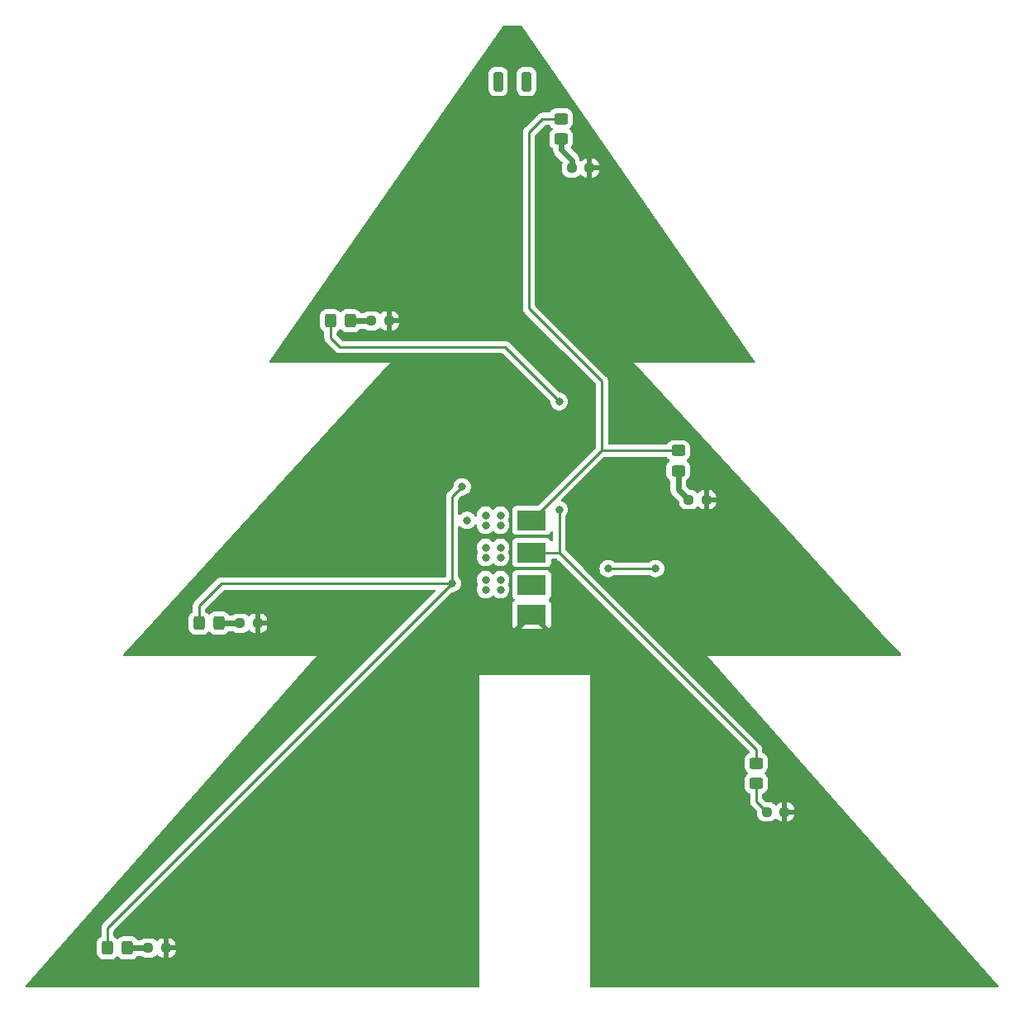
<source format=gtl>
G04 #@! TF.GenerationSoftware,KiCad,Pcbnew,7.0.8*
G04 #@! TF.CreationDate,2024-06-18T20:25:39+02:00*
G04 #@! TF.ProjectId,PCB_Christmas_Tree,5043425f-4368-4726-9973-746d61735f54,rev?*
G04 #@! TF.SameCoordinates,Original*
G04 #@! TF.FileFunction,Copper,L1,Top*
G04 #@! TF.FilePolarity,Positive*
%FSLAX46Y46*%
G04 Gerber Fmt 4.6, Leading zero omitted, Abs format (unit mm)*
G04 Created by KiCad (PCBNEW 7.0.8) date 2024-06-18 20:25:39*
%MOMM*%
%LPD*%
G01*
G04 APERTURE LIST*
G04 Aperture macros list*
%AMRoundRect*
0 Rectangle with rounded corners*
0 $1 Rounding radius*
0 $2 $3 $4 $5 $6 $7 $8 $9 X,Y pos of 4 corners*
0 Add a 4 corners polygon primitive as box body*
4,1,4,$2,$3,$4,$5,$6,$7,$8,$9,$2,$3,0*
0 Add four circle primitives for the rounded corners*
1,1,$1+$1,$2,$3*
1,1,$1+$1,$4,$5*
1,1,$1+$1,$6,$7*
1,1,$1+$1,$8,$9*
0 Add four rect primitives between the rounded corners*
20,1,$1+$1,$2,$3,$4,$5,0*
20,1,$1+$1,$4,$5,$6,$7,0*
20,1,$1+$1,$6,$7,$8,$9,0*
20,1,$1+$1,$8,$9,$2,$3,0*%
G04 Aperture macros list end*
G04 #@! TA.AperFunction,SMDPad,CuDef*
%ADD10RoundRect,0.237500X-0.250000X-0.237500X0.250000X-0.237500X0.250000X0.237500X-0.250000X0.237500X0*%
G04 #@! TD*
G04 #@! TA.AperFunction,SMDPad,CuDef*
%ADD11RoundRect,0.250000X0.450000X-0.325000X0.450000X0.325000X-0.450000X0.325000X-0.450000X-0.325000X0*%
G04 #@! TD*
G04 #@! TA.AperFunction,SMDPad,CuDef*
%ADD12RoundRect,0.250000X-0.250000X-0.750000X0.250000X-0.750000X0.250000X0.750000X-0.250000X0.750000X0*%
G04 #@! TD*
G04 #@! TA.AperFunction,SMDPad,CuDef*
%ADD13RoundRect,0.250000X0.325000X0.450000X-0.325000X0.450000X-0.325000X-0.450000X0.325000X-0.450000X0*%
G04 #@! TD*
G04 #@! TA.AperFunction,SMDPad,CuDef*
%ADD14R,3.000000X2.000000*%
G04 #@! TD*
G04 #@! TA.AperFunction,ViaPad*
%ADD15C,0.800000*%
G04 #@! TD*
G04 #@! TA.AperFunction,Conductor*
%ADD16C,0.250000*%
G04 #@! TD*
G04 #@! TA.AperFunction,Conductor*
%ADD17C,0.600000*%
G04 #@! TD*
G04 APERTURE END LIST*
D10*
X225278955Y-123776305D03*
X227103955Y-123776305D03*
D11*
X216191455Y-88801305D03*
X216191455Y-86751305D03*
D10*
X205278955Y-57776305D03*
X207103955Y-57776305D03*
D12*
X197740455Y-48925305D03*
D10*
X217278955Y-91776305D03*
X219103955Y-91776305D03*
D12*
X200661455Y-48925305D03*
D13*
X169165455Y-104424305D03*
X167115455Y-104424305D03*
D14*
X201191455Y-93886305D03*
X201191455Y-97188305D03*
X201191455Y-100490305D03*
X201191455Y-103538305D03*
D13*
X159776455Y-137698305D03*
X157726455Y-137698305D03*
D11*
X204191455Y-54801305D03*
X204191455Y-52751305D03*
D13*
X182627455Y-73436305D03*
X180577455Y-73436305D03*
D10*
X171291955Y-104424305D03*
X173116955Y-104424305D03*
D11*
X224191455Y-120826305D03*
X224191455Y-118776305D03*
D10*
X184762955Y-73436305D03*
X186587955Y-73436305D03*
X161902955Y-137698305D03*
X163727955Y-137698305D03*
D15*
X234595855Y-136123505D03*
X163679055Y-135615505D03*
X227128255Y-121696305D03*
X224486655Y-102595505D03*
X180138255Y-93857905D03*
X219101855Y-93908705D03*
X165558655Y-137698305D03*
X186488255Y-71404305D03*
X210872255Y-71353505D03*
X221184655Y-91571905D03*
X219203455Y-89539905D03*
X180290655Y-89438305D03*
X173026255Y-102392305D03*
X171349855Y-126674705D03*
X208281455Y-121696305D03*
X208281455Y-116616305D03*
X208281455Y-119156305D03*
X208281455Y-136936305D03*
X194311455Y-139476305D03*
X208281455Y-139476305D03*
X208281455Y-134396305D03*
X208281455Y-114076305D03*
X194311455Y-136936305D03*
X204471455Y-106456305D03*
X208281455Y-131856305D03*
X208281455Y-108996305D03*
X208281455Y-129316305D03*
X208281455Y-126776305D03*
X208281455Y-124236305D03*
X208281455Y-111536305D03*
X194311455Y-134396305D03*
X199391455Y-86136305D03*
X198121455Y-74706305D03*
X199391455Y-72166305D03*
X194311455Y-131856305D03*
X194311455Y-126776305D03*
X194311455Y-114076305D03*
X194311455Y-108996305D03*
X196851455Y-91216305D03*
X198121455Y-78516305D03*
X199391455Y-67086305D03*
X199391455Y-81056305D03*
X194311455Y-124236305D03*
X194311455Y-121696305D03*
X198121455Y-59466305D03*
X194311455Y-129316305D03*
X194311455Y-119156305D03*
X199391455Y-62006305D03*
X198121455Y-69626305D03*
X198121455Y-83596305D03*
X198121455Y-88676305D03*
X199391455Y-56926305D03*
X198121455Y-54386305D03*
X194311455Y-116616305D03*
X194311455Y-111536305D03*
X198121455Y-64546305D03*
X196343455Y-103027305D03*
X196343455Y-104043305D03*
X200407455Y-104043305D03*
X222454655Y-104627505D03*
X201931455Y-104043305D03*
X201931455Y-96677305D03*
X201372655Y-106456305D03*
X197994455Y-96677305D03*
X201931455Y-97693305D03*
X201931455Y-103027305D03*
X191212655Y-59771105D03*
X200407455Y-96677305D03*
X188712455Y-73239305D03*
X178258655Y-91825905D03*
X204090455Y-103535305D03*
X197867455Y-103027305D03*
X197105455Y-106456305D03*
X229007855Y-123677505D03*
X200407455Y-103027305D03*
X207113055Y-59771105D03*
X232767055Y-138155505D03*
X174956655Y-104424305D03*
X196470455Y-97693305D03*
X197994455Y-97693305D03*
X204014255Y-81716705D03*
X208991455Y-73382305D03*
X197867455Y-104043305D03*
X194463855Y-103713105D03*
X200407455Y-97693305D03*
X200407455Y-99979305D03*
X213869455Y-98836305D03*
X201931455Y-99979305D03*
X196470455Y-96677305D03*
X200407455Y-93375305D03*
X194565455Y-93886305D03*
X201931455Y-100995305D03*
X201931455Y-94391305D03*
X197994455Y-93375305D03*
X196470455Y-99979305D03*
X197994455Y-99979305D03*
X209043455Y-98836305D03*
X193041455Y-100360305D03*
X197994455Y-94391305D03*
X200407455Y-94391305D03*
X196470455Y-100995305D03*
X200407455Y-100995305D03*
X196470455Y-94391305D03*
X201931455Y-93375305D03*
X194057455Y-90454305D03*
X196470455Y-93375305D03*
X204014255Y-92791105D03*
X197994455Y-100995305D03*
D16*
X193041455Y-100360305D02*
X193041455Y-91470305D01*
X193041455Y-91470305D02*
X194057455Y-90454305D01*
X157726455Y-135675305D02*
X157726455Y-137698305D01*
X193041455Y-100360305D02*
X157726455Y-135675305D01*
X193041455Y-100360305D02*
X169419455Y-100360305D01*
X167115455Y-102664305D02*
X167115455Y-104424305D01*
X169419455Y-100360305D02*
X167115455Y-102664305D01*
X224191455Y-117387905D02*
X224191455Y-118776305D01*
X204014255Y-92791105D02*
X204014255Y-97210705D01*
X203991855Y-97188305D02*
X201191455Y-97188305D01*
X204115855Y-97312305D02*
X203991855Y-97188305D01*
X204014255Y-97210705D02*
X204115855Y-97312305D01*
X204115855Y-97312305D02*
X224191455Y-117387905D01*
X198426255Y-76128705D02*
X181509855Y-76128705D01*
X204014255Y-81716705D02*
X198426255Y-76128705D01*
X180577455Y-75196305D02*
X180577455Y-73436305D01*
X181509855Y-76128705D02*
X180577455Y-75196305D01*
D17*
X205278955Y-56971805D02*
X205278955Y-57776305D01*
X204191455Y-55884305D02*
X205278955Y-56971805D01*
X204191455Y-54801305D02*
X204191455Y-55884305D01*
D16*
X224191455Y-120826305D02*
X224191455Y-122688805D01*
X224191455Y-122688805D02*
X225278955Y-123776305D01*
D17*
X182627455Y-73436305D02*
X184762955Y-73436305D01*
X159776455Y-137698305D02*
X161902955Y-137698305D01*
D16*
X213869455Y-98836305D02*
X209043455Y-98836305D01*
D17*
X169165455Y-104424305D02*
X171291955Y-104424305D01*
D16*
X208388455Y-86751305D02*
X208326455Y-86751305D01*
X201931455Y-93146305D02*
X201931455Y-93375305D01*
X200915455Y-54132305D02*
X200915455Y-72166305D01*
D17*
X216191455Y-88801305D02*
X216191455Y-90688805D01*
D16*
X216191455Y-86751305D02*
X208388455Y-86751305D01*
X204191455Y-52751305D02*
X202296455Y-52751305D01*
D17*
X216191455Y-90688805D02*
X217278955Y-91776305D01*
D16*
X208326455Y-86751305D02*
X201931455Y-93146305D01*
X208388455Y-79639305D02*
X208388455Y-86751305D01*
X202296455Y-52751305D02*
X200915455Y-54132305D01*
X201702455Y-93375305D02*
X201191455Y-93886305D01*
X201931455Y-93375305D02*
X201702455Y-93375305D01*
X200915455Y-72166305D02*
X208388455Y-79639305D01*
G04 #@! TA.AperFunction,Conductor*
G36*
X200093487Y-43196490D02*
G01*
X200128198Y-43229933D01*
X224054763Y-77580933D01*
X224076927Y-77647194D01*
X224059749Y-77714919D01*
X224008683Y-77762606D01*
X223953013Y-77775805D01*
X211692407Y-77775805D01*
X211691461Y-77775763D01*
X211691357Y-77775805D01*
X211691356Y-77775805D01*
X211691276Y-77775837D01*
X211691089Y-77775906D01*
X211691088Y-77775906D01*
X211691076Y-77775911D01*
X211691000Y-77776096D01*
X211690908Y-77776292D01*
X211690993Y-77776498D01*
X211691058Y-77776675D01*
X211691753Y-77777370D01*
X226518980Y-93952526D01*
X237002853Y-105389479D01*
X238999845Y-107568015D01*
X239030635Y-107630735D01*
X239022628Y-107700144D01*
X238978366Y-107754206D01*
X238911903Y-107775757D01*
X238908438Y-107775805D01*
X219194103Y-107775805D01*
X219191477Y-107775721D01*
X219191040Y-107775885D01*
X219190862Y-107776278D01*
X219191022Y-107776697D01*
X219192825Y-107778614D01*
X249008545Y-141569764D01*
X249038139Y-141633056D01*
X249028817Y-141702301D01*
X248983539Y-141755514D01*
X248916679Y-141775800D01*
X248915565Y-141775805D01*
X207315955Y-141775805D01*
X207248916Y-141756120D01*
X207203161Y-141703316D01*
X207191955Y-141651805D01*
X207191955Y-109801064D01*
X207191983Y-109800921D01*
X207191979Y-109800921D01*
X207191994Y-109776307D01*
X207191996Y-109776305D01*
X207191917Y-109776113D01*
X207191839Y-109775923D01*
X207191837Y-109775921D01*
X207191554Y-109775805D01*
X207191455Y-109775764D01*
X207166901Y-109775764D01*
X207166695Y-109775805D01*
X195860215Y-109775805D01*
X195860009Y-109775764D01*
X195835455Y-109775764D01*
X195835356Y-109775805D01*
X195835072Y-109775921D01*
X195835070Y-109775923D01*
X195834914Y-109776304D01*
X195834931Y-109800921D01*
X195834926Y-109800921D01*
X195834955Y-109801064D01*
X195834955Y-141637842D01*
X195815270Y-141704881D01*
X195762466Y-141750636D01*
X195710992Y-141761842D01*
X149467452Y-141775721D01*
X149400407Y-141756057D01*
X149354636Y-141703266D01*
X149344672Y-141634111D01*
X149373678Y-141570546D01*
X149374362Y-141569764D01*
X152349178Y-138198306D01*
X156650955Y-138198306D01*
X156650956Y-138198324D01*
X156661455Y-138301101D01*
X156661456Y-138301104D01*
X156684564Y-138370837D01*
X156716641Y-138467639D01*
X156808743Y-138616961D01*
X156932799Y-138741017D01*
X157082121Y-138833119D01*
X157248658Y-138888304D01*
X157351446Y-138898805D01*
X158101463Y-138898804D01*
X158101471Y-138898803D01*
X158101474Y-138898803D01*
X158157757Y-138893053D01*
X158204252Y-138888304D01*
X158370789Y-138833119D01*
X158520111Y-138741017D01*
X158644167Y-138616961D01*
X158645916Y-138614124D01*
X158647624Y-138612588D01*
X158648648Y-138611294D01*
X158648869Y-138611468D01*
X158697861Y-138567401D01*
X158766823Y-138556177D01*
X158830906Y-138584018D01*
X158856992Y-138614122D01*
X158858743Y-138616961D01*
X158982799Y-138741017D01*
X159132121Y-138833119D01*
X159298658Y-138888304D01*
X159401446Y-138898805D01*
X160151463Y-138898804D01*
X160151471Y-138898803D01*
X160151474Y-138898803D01*
X160207757Y-138893053D01*
X160254252Y-138888304D01*
X160420789Y-138833119D01*
X160570111Y-138741017D01*
X160694167Y-138616961D01*
X160730714Y-138557707D01*
X160782662Y-138510984D01*
X160836253Y-138498805D01*
X161124773Y-138498805D01*
X161189870Y-138517266D01*
X161192103Y-138518643D01*
X161192105Y-138518645D01*
X161338939Y-138609213D01*
X161502702Y-138663479D01*
X161603778Y-138673805D01*
X162202131Y-138673804D01*
X162202139Y-138673803D01*
X162202142Y-138673803D01*
X162257485Y-138668149D01*
X162303208Y-138663479D01*
X162466971Y-138609213D01*
X162613805Y-138518645D01*
X162728130Y-138404319D01*
X162789449Y-138370837D01*
X162859141Y-138375821D01*
X162903489Y-138404322D01*
X163017416Y-138518249D01*
X163017420Y-138518252D01*
X163164143Y-138608753D01*
X163164154Y-138608758D01*
X163327802Y-138662985D01*
X163428806Y-138673304D01*
X163477954Y-138673303D01*
X163477955Y-138673303D01*
X163477955Y-137948305D01*
X163977955Y-137948305D01*
X163977955Y-138673304D01*
X164027095Y-138673304D01*
X164027109Y-138673303D01*
X164128107Y-138662985D01*
X164291755Y-138608758D01*
X164291766Y-138608753D01*
X164438489Y-138518252D01*
X164438493Y-138518249D01*
X164560399Y-138396343D01*
X164560402Y-138396339D01*
X164650903Y-138249616D01*
X164650908Y-138249605D01*
X164705135Y-138085957D01*
X164715454Y-137984959D01*
X164715455Y-137984946D01*
X164715455Y-137948305D01*
X163977955Y-137948305D01*
X163477955Y-137948305D01*
X163477955Y-136723305D01*
X163977955Y-136723305D01*
X163977955Y-137448305D01*
X164715454Y-137448305D01*
X164715454Y-137411665D01*
X164715453Y-137411650D01*
X164705135Y-137310652D01*
X164650908Y-137147004D01*
X164650903Y-137146993D01*
X164560402Y-137000270D01*
X164560399Y-137000266D01*
X164438493Y-136878360D01*
X164438489Y-136878357D01*
X164291766Y-136787856D01*
X164291755Y-136787851D01*
X164128107Y-136733624D01*
X164027109Y-136723305D01*
X163977955Y-136723305D01*
X163477955Y-136723305D01*
X163477954Y-136723304D01*
X163428816Y-136723305D01*
X163428798Y-136723306D01*
X163327802Y-136733624D01*
X163164154Y-136787851D01*
X163164143Y-136787856D01*
X163017420Y-136878357D01*
X162903489Y-136992288D01*
X162842166Y-137025772D01*
X162772474Y-137020788D01*
X162728127Y-136992287D01*
X162613806Y-136877966D01*
X162613805Y-136877965D01*
X162522584Y-136821700D01*
X162466973Y-136787398D01*
X162466968Y-136787396D01*
X162443583Y-136779647D01*
X162303208Y-136733131D01*
X162303206Y-136733130D01*
X162202133Y-136722805D01*
X161603785Y-136722805D01*
X161603767Y-136722806D01*
X161502702Y-136733130D01*
X161338939Y-136787397D01*
X161338936Y-136787398D01*
X161271149Y-136829210D01*
X161192105Y-136877965D01*
X161192103Y-136877966D01*
X161189870Y-136879344D01*
X161124773Y-136897805D01*
X160836253Y-136897805D01*
X160769214Y-136878120D01*
X160730714Y-136838902D01*
X160714483Y-136812587D01*
X160694167Y-136779649D01*
X160570111Y-136655593D01*
X160420789Y-136563491D01*
X160254252Y-136508306D01*
X160254250Y-136508305D01*
X160151465Y-136497805D01*
X159401453Y-136497805D01*
X159401435Y-136497806D01*
X159298658Y-136508305D01*
X159298655Y-136508306D01*
X159132123Y-136563490D01*
X159132118Y-136563492D01*
X158982797Y-136655594D01*
X158858740Y-136779651D01*
X158856992Y-136782487D01*
X158855284Y-136784022D01*
X158854262Y-136785316D01*
X158854040Y-136785141D01*
X158805044Y-136829210D01*
X158736081Y-136840431D01*
X158671999Y-136812587D01*
X158645918Y-136782487D01*
X158644169Y-136779651D01*
X158520112Y-136655594D01*
X158520111Y-136655593D01*
X158410857Y-136588205D01*
X158364134Y-136536258D01*
X158351955Y-136482667D01*
X158351955Y-135985757D01*
X158371640Y-135918718D01*
X158388274Y-135898076D01*
X189248047Y-105038304D01*
X200045007Y-105038304D01*
X200045008Y-105038305D01*
X202337902Y-105038305D01*
X202337902Y-105038304D01*
X201191455Y-103891858D01*
X200045007Y-105038304D01*
X189248047Y-105038304D01*
X192989227Y-101297124D01*
X193050550Y-101263639D01*
X193076908Y-101260805D01*
X193136099Y-101260805D01*
X193136101Y-101260805D01*
X193321258Y-101221449D01*
X193494185Y-101144456D01*
X193647326Y-101033193D01*
X193681441Y-100995305D01*
X195564995Y-100995305D01*
X195584781Y-101183561D01*
X195584782Y-101183564D01*
X195643273Y-101363582D01*
X195643276Y-101363589D01*
X195737922Y-101527521D01*
X195800605Y-101597137D01*
X195864584Y-101668193D01*
X196017720Y-101779453D01*
X196017725Y-101779456D01*
X196190647Y-101856447D01*
X196190652Y-101856449D01*
X196375809Y-101895805D01*
X196375810Y-101895805D01*
X196565099Y-101895805D01*
X196565101Y-101895805D01*
X196750258Y-101856449D01*
X196923185Y-101779456D01*
X197076326Y-101668193D01*
X197140305Y-101597136D01*
X197199792Y-101560488D01*
X197269649Y-101561819D01*
X197324605Y-101597137D01*
X197388584Y-101668193D01*
X197541720Y-101779453D01*
X197541725Y-101779456D01*
X197714647Y-101856447D01*
X197714652Y-101856449D01*
X197899809Y-101895805D01*
X197899810Y-101895805D01*
X198089099Y-101895805D01*
X198089101Y-101895805D01*
X198274258Y-101856449D01*
X198447185Y-101779456D01*
X198600326Y-101668193D01*
X198717395Y-101538175D01*
X199190955Y-101538175D01*
X199190956Y-101538181D01*
X199197363Y-101597788D01*
X199247657Y-101732633D01*
X199247661Y-101732640D01*
X199333907Y-101847849D01*
X199333910Y-101847852D01*
X199424076Y-101915351D01*
X199465947Y-101971285D01*
X199470931Y-102040976D01*
X199437445Y-102102299D01*
X199424077Y-102113883D01*
X199334264Y-102181117D01*
X199248104Y-102296211D01*
X199248100Y-102296218D01*
X199197858Y-102430925D01*
X199197856Y-102430932D01*
X199191455Y-102490460D01*
X199191455Y-104586149D01*
X199197856Y-104645677D01*
X199197858Y-104645684D01*
X199248100Y-104780391D01*
X199248104Y-104780398D01*
X199334263Y-104895490D01*
X199334272Y-104895499D01*
X199418015Y-104958190D01*
X199418017Y-104958189D01*
X201103773Y-103272433D01*
X201165096Y-103238948D01*
X201234788Y-103243932D01*
X201279135Y-103272433D01*
X202964891Y-104958189D01*
X203048645Y-104895491D01*
X203134805Y-104780398D01*
X203134809Y-104780391D01*
X203185051Y-104645684D01*
X203185053Y-104645677D01*
X203191454Y-104586149D01*
X203191455Y-104586132D01*
X203191455Y-102490477D01*
X203191454Y-102490460D01*
X203185053Y-102430932D01*
X203185051Y-102430925D01*
X203134809Y-102296218D01*
X203134805Y-102296211D01*
X203048645Y-102181118D01*
X202958833Y-102113884D01*
X202916962Y-102057950D01*
X202911978Y-101988258D01*
X202945463Y-101926935D01*
X202958826Y-101915355D01*
X203049001Y-101847851D01*
X203135251Y-101732636D01*
X203185546Y-101597788D01*
X203191955Y-101538178D01*
X203191954Y-99442433D01*
X203185546Y-99382822D01*
X203180211Y-99368519D01*
X203135252Y-99247976D01*
X203135248Y-99247969D01*
X203049002Y-99132760D01*
X203048999Y-99132757D01*
X202933790Y-99046511D01*
X202933783Y-99046507D01*
X202798937Y-98996213D01*
X202798938Y-98996213D01*
X202739338Y-98989806D01*
X202739336Y-98989805D01*
X202739328Y-98989805D01*
X202739319Y-98989805D01*
X199643584Y-98989805D01*
X199643578Y-98989806D01*
X199583971Y-98996213D01*
X199449126Y-99046507D01*
X199449119Y-99046511D01*
X199333910Y-99132757D01*
X199333907Y-99132760D01*
X199247661Y-99247969D01*
X199247657Y-99247976D01*
X199197363Y-99382822D01*
X199190956Y-99442421D01*
X199190956Y-99442428D01*
X199190955Y-99442440D01*
X199190955Y-101538175D01*
X198717395Y-101538175D01*
X198726988Y-101527521D01*
X198821634Y-101363589D01*
X198880129Y-101183561D01*
X198899915Y-100995305D01*
X198880129Y-100807049D01*
X198821634Y-100627021D01*
X198776763Y-100549302D01*
X198760291Y-100481405D01*
X198776764Y-100425306D01*
X198821634Y-100347589D01*
X198880129Y-100167561D01*
X198899915Y-99979305D01*
X198880129Y-99791049D01*
X198821634Y-99611021D01*
X198726988Y-99447089D01*
X198600326Y-99306417D01*
X198519889Y-99247976D01*
X198447189Y-99195156D01*
X198447184Y-99195153D01*
X198274262Y-99118162D01*
X198274257Y-99118160D01*
X198128456Y-99087170D01*
X198089101Y-99078805D01*
X197899809Y-99078805D01*
X197867352Y-99085703D01*
X197714652Y-99118160D01*
X197714647Y-99118162D01*
X197541725Y-99195153D01*
X197541720Y-99195156D01*
X197388584Y-99306416D01*
X197388583Y-99306417D01*
X197324604Y-99377473D01*
X197265118Y-99414121D01*
X197195261Y-99412790D01*
X197140306Y-99377473D01*
X197076326Y-99306417D01*
X197076325Y-99306416D01*
X196923189Y-99195156D01*
X196923184Y-99195153D01*
X196750262Y-99118162D01*
X196750257Y-99118160D01*
X196604456Y-99087170D01*
X196565101Y-99078805D01*
X196375809Y-99078805D01*
X196343352Y-99085703D01*
X196190652Y-99118160D01*
X196190647Y-99118162D01*
X196017725Y-99195153D01*
X196017720Y-99195156D01*
X195864584Y-99306416D01*
X195737921Y-99447090D01*
X195643276Y-99611020D01*
X195643273Y-99611027D01*
X195587824Y-99781684D01*
X195584781Y-99791049D01*
X195564995Y-99979305D01*
X195584781Y-100167561D01*
X195584782Y-100167564D01*
X195643275Y-100347588D01*
X195688145Y-100425306D01*
X195704617Y-100493206D01*
X195688145Y-100549304D01*
X195643275Y-100627021D01*
X195610274Y-100728589D01*
X195584781Y-100807049D01*
X195564995Y-100995305D01*
X193681441Y-100995305D01*
X193773988Y-100892521D01*
X193868634Y-100728589D01*
X193927129Y-100548561D01*
X193946915Y-100360305D01*
X193927129Y-100172049D01*
X193868634Y-99992021D01*
X193773988Y-99828089D01*
X193698805Y-99744589D01*
X193668575Y-99681597D01*
X193666955Y-99661617D01*
X193666955Y-97693305D01*
X195564995Y-97693305D01*
X195584781Y-97881561D01*
X195584782Y-97881564D01*
X195643273Y-98061582D01*
X195643276Y-98061589D01*
X195737922Y-98225521D01*
X195808666Y-98304090D01*
X195864584Y-98366193D01*
X196017720Y-98477453D01*
X196017725Y-98477456D01*
X196190647Y-98554447D01*
X196190652Y-98554449D01*
X196375809Y-98593805D01*
X196375810Y-98593805D01*
X196565099Y-98593805D01*
X196565101Y-98593805D01*
X196750258Y-98554449D01*
X196923185Y-98477456D01*
X197076326Y-98366193D01*
X197140305Y-98295136D01*
X197199792Y-98258488D01*
X197269649Y-98259819D01*
X197324605Y-98295137D01*
X197388584Y-98366193D01*
X197541720Y-98477453D01*
X197541725Y-98477456D01*
X197714647Y-98554447D01*
X197714652Y-98554449D01*
X197899809Y-98593805D01*
X197899810Y-98593805D01*
X198089099Y-98593805D01*
X198089101Y-98593805D01*
X198274258Y-98554449D01*
X198447185Y-98477456D01*
X198600326Y-98366193D01*
X198717395Y-98236175D01*
X199190955Y-98236175D01*
X199190956Y-98236181D01*
X199197363Y-98295788D01*
X199247657Y-98430633D01*
X199247661Y-98430640D01*
X199333907Y-98545849D01*
X199333910Y-98545852D01*
X199449119Y-98632098D01*
X199449126Y-98632102D01*
X199583972Y-98682396D01*
X199583971Y-98682396D01*
X199590899Y-98683140D01*
X199643582Y-98688805D01*
X202739327Y-98688804D01*
X202798938Y-98682396D01*
X202933786Y-98632101D01*
X203049001Y-98545851D01*
X203135251Y-98430636D01*
X203185546Y-98295788D01*
X203191955Y-98236178D01*
X203191955Y-97937805D01*
X203211640Y-97870766D01*
X203264444Y-97825011D01*
X203315955Y-97813805D01*
X203681403Y-97813805D01*
X203748442Y-97833490D01*
X203769084Y-97850124D01*
X223477758Y-117558798D01*
X223511243Y-117620121D01*
X223506259Y-117689813D01*
X223464387Y-117745746D01*
X223429085Y-117764183D01*
X223422121Y-117766491D01*
X223422118Y-117766492D01*
X223272797Y-117858594D01*
X223148744Y-117982647D01*
X223056642Y-118131968D01*
X223056641Y-118131971D01*
X223001456Y-118298508D01*
X223001456Y-118298509D01*
X223001455Y-118298509D01*
X222990955Y-118401288D01*
X222990955Y-119151306D01*
X222990956Y-119151324D01*
X223001455Y-119254101D01*
X223001456Y-119254104D01*
X223056640Y-119420636D01*
X223056642Y-119420641D01*
X223148744Y-119569962D01*
X223272801Y-119694019D01*
X223275637Y-119695768D01*
X223277172Y-119697475D01*
X223278466Y-119698498D01*
X223278291Y-119698719D01*
X223322360Y-119747716D01*
X223333581Y-119816679D01*
X223305737Y-119880761D01*
X223275637Y-119906842D01*
X223272801Y-119908590D01*
X223148744Y-120032647D01*
X223056642Y-120181968D01*
X223056641Y-120181971D01*
X223001456Y-120348508D01*
X223001456Y-120348509D01*
X223001455Y-120348509D01*
X222990955Y-120451288D01*
X222990955Y-121201306D01*
X222990956Y-121201324D01*
X223001455Y-121304101D01*
X223001456Y-121304104D01*
X223056640Y-121470636D01*
X223056641Y-121470639D01*
X223148743Y-121619961D01*
X223272799Y-121744017D01*
X223422121Y-121836119D01*
X223422123Y-121836120D01*
X223442565Y-121842893D01*
X223480957Y-121855615D01*
X223538402Y-121895386D01*
X223565227Y-121959901D01*
X223565955Y-121973321D01*
X223565955Y-122606060D01*
X223564230Y-122621677D01*
X223564516Y-122621704D01*
X223563781Y-122629470D01*
X223565955Y-122698619D01*
X223565955Y-122728148D01*
X223565956Y-122728165D01*
X223566823Y-122735036D01*
X223567281Y-122740855D01*
X223568745Y-122787429D01*
X223568746Y-122787432D01*
X223574335Y-122806672D01*
X223578279Y-122825716D01*
X223580791Y-122845596D01*
X223597945Y-122888924D01*
X223599837Y-122894452D01*
X223612837Y-122939195D01*
X223622986Y-122956357D01*
X223623035Y-122956439D01*
X223631593Y-122973908D01*
X223638969Y-122992537D01*
X223666353Y-123030228D01*
X223669561Y-123035112D01*
X223693282Y-123075221D01*
X223693288Y-123075229D01*
X223707445Y-123089385D01*
X223720083Y-123104181D01*
X223731860Y-123120391D01*
X223731861Y-123120392D01*
X223767764Y-123150093D01*
X223772075Y-123154015D01*
X224107689Y-123489629D01*
X224254636Y-123636576D01*
X224288121Y-123697899D01*
X224290955Y-123724257D01*
X224290955Y-124062973D01*
X224290956Y-124062992D01*
X224301280Y-124164057D01*
X224337564Y-124273554D01*
X224355547Y-124327821D01*
X224446115Y-124474655D01*
X224568105Y-124596645D01*
X224714939Y-124687213D01*
X224878702Y-124741479D01*
X224979778Y-124751805D01*
X225578131Y-124751804D01*
X225578139Y-124751803D01*
X225578142Y-124751803D01*
X225633485Y-124746149D01*
X225679208Y-124741479D01*
X225842971Y-124687213D01*
X225989805Y-124596645D01*
X226104130Y-124482319D01*
X226165449Y-124448837D01*
X226235141Y-124453821D01*
X226279489Y-124482322D01*
X226393416Y-124596249D01*
X226393420Y-124596252D01*
X226540143Y-124686753D01*
X226540154Y-124686758D01*
X226703802Y-124740985D01*
X226804806Y-124751304D01*
X226853954Y-124751303D01*
X226853955Y-124751303D01*
X226853955Y-124026305D01*
X227353955Y-124026305D01*
X227353955Y-124751304D01*
X227403095Y-124751304D01*
X227403109Y-124751303D01*
X227504107Y-124740985D01*
X227667755Y-124686758D01*
X227667766Y-124686753D01*
X227814489Y-124596252D01*
X227814493Y-124596249D01*
X227936399Y-124474343D01*
X227936402Y-124474339D01*
X228026903Y-124327616D01*
X228026908Y-124327605D01*
X228081135Y-124163957D01*
X228091454Y-124062959D01*
X228091455Y-124062946D01*
X228091455Y-124026305D01*
X227353955Y-124026305D01*
X226853955Y-124026305D01*
X226853955Y-122801305D01*
X227353955Y-122801305D01*
X227353955Y-123526305D01*
X228091454Y-123526305D01*
X228091454Y-123489665D01*
X228091453Y-123489650D01*
X228081135Y-123388652D01*
X228026908Y-123225004D01*
X228026903Y-123224993D01*
X227936402Y-123078270D01*
X227936399Y-123078266D01*
X227814493Y-122956360D01*
X227814489Y-122956357D01*
X227667766Y-122865856D01*
X227667755Y-122865851D01*
X227504107Y-122811624D01*
X227403109Y-122801305D01*
X227353955Y-122801305D01*
X226853955Y-122801305D01*
X226853954Y-122801304D01*
X226804816Y-122801305D01*
X226804798Y-122801306D01*
X226703802Y-122811624D01*
X226540154Y-122865851D01*
X226540143Y-122865856D01*
X226393420Y-122956357D01*
X226279489Y-123070288D01*
X226218166Y-123103772D01*
X226148474Y-123098788D01*
X226104127Y-123070287D01*
X225989806Y-122955966D01*
X225989805Y-122955965D01*
X225881114Y-122888924D01*
X225842973Y-122865398D01*
X225842968Y-122865396D01*
X225841524Y-122864917D01*
X225679208Y-122811131D01*
X225679206Y-122811130D01*
X225578139Y-122800805D01*
X225578132Y-122800805D01*
X225239408Y-122800805D01*
X225172369Y-122781120D01*
X225151727Y-122764486D01*
X224853274Y-122466033D01*
X224819789Y-122404710D01*
X224816955Y-122378352D01*
X224816955Y-121973321D01*
X224836640Y-121906282D01*
X224889444Y-121860527D01*
X224901943Y-121855618D01*
X224960789Y-121836119D01*
X225110111Y-121744017D01*
X225234167Y-121619961D01*
X225326269Y-121470639D01*
X225381454Y-121304102D01*
X225391955Y-121201314D01*
X225391954Y-120451297D01*
X225381454Y-120348508D01*
X225326269Y-120181971D01*
X225234167Y-120032649D01*
X225110111Y-119908593D01*
X225107274Y-119906843D01*
X225105738Y-119905135D01*
X225104444Y-119904112D01*
X225104618Y-119903890D01*
X225060551Y-119854899D01*
X225049327Y-119785937D01*
X225077168Y-119721854D01*
X225107272Y-119695767D01*
X225110111Y-119694017D01*
X225234167Y-119569961D01*
X225326269Y-119420639D01*
X225381454Y-119254102D01*
X225391955Y-119151314D01*
X225391954Y-118401297D01*
X225381454Y-118298508D01*
X225326269Y-118131971D01*
X225234167Y-117982649D01*
X225110111Y-117858593D01*
X224960789Y-117766491D01*
X224901948Y-117746993D01*
X224844506Y-117707221D01*
X224817683Y-117642705D01*
X224816955Y-117629288D01*
X224816955Y-117470647D01*
X224818679Y-117455027D01*
X224818394Y-117455001D01*
X224819126Y-117447245D01*
X224819128Y-117447238D01*
X224816955Y-117378090D01*
X224816955Y-117348555D01*
X224816086Y-117341677D01*
X224815627Y-117335848D01*
X224814164Y-117289277D01*
X224808577Y-117270049D01*
X224804629Y-117250989D01*
X224802118Y-117231109D01*
X224784967Y-117187792D01*
X224783074Y-117182263D01*
X224770073Y-117137514D01*
X224770071Y-117137511D01*
X224759878Y-117120276D01*
X224751316Y-117102799D01*
X224743942Y-117084175D01*
X224743941Y-117084173D01*
X224716534Y-117046450D01*
X224713343Y-117041591D01*
X224689627Y-117001488D01*
X224689620Y-117001479D01*
X224675461Y-116987320D01*
X224662823Y-116972524D01*
X224651049Y-116956318D01*
X224615143Y-116926614D01*
X224610831Y-116922691D01*
X206524446Y-98836305D01*
X208137995Y-98836305D01*
X208157781Y-99024561D01*
X208157782Y-99024564D01*
X208216273Y-99204582D01*
X208216276Y-99204589D01*
X208310922Y-99368521D01*
X208412640Y-99481490D01*
X208437584Y-99509193D01*
X208590720Y-99620453D01*
X208590725Y-99620456D01*
X208763647Y-99697447D01*
X208763652Y-99697449D01*
X208948809Y-99736805D01*
X208948810Y-99736805D01*
X209138099Y-99736805D01*
X209138101Y-99736805D01*
X209323258Y-99697449D01*
X209496185Y-99620456D01*
X209649326Y-99509193D01*
X209652243Y-99505952D01*
X209655055Y-99502831D01*
X209714542Y-99466184D01*
X209747203Y-99461805D01*
X213165707Y-99461805D01*
X213232746Y-99481490D01*
X213257855Y-99502831D01*
X213263581Y-99509190D01*
X213263585Y-99509194D01*
X213416720Y-99620453D01*
X213416725Y-99620456D01*
X213589647Y-99697447D01*
X213589652Y-99697449D01*
X213774809Y-99736805D01*
X213774810Y-99736805D01*
X213964099Y-99736805D01*
X213964101Y-99736805D01*
X214149258Y-99697449D01*
X214322185Y-99620456D01*
X214475326Y-99509193D01*
X214601988Y-99368521D01*
X214696634Y-99204589D01*
X214755129Y-99024561D01*
X214774915Y-98836305D01*
X214755129Y-98648049D01*
X214696634Y-98468021D01*
X214601988Y-98304089D01*
X214475326Y-98163417D01*
X214475325Y-98163416D01*
X214322189Y-98052156D01*
X214322184Y-98052153D01*
X214149262Y-97975162D01*
X214149257Y-97975160D01*
X213973510Y-97937805D01*
X213964101Y-97935805D01*
X213774809Y-97935805D01*
X213765400Y-97937805D01*
X213589652Y-97975160D01*
X213589647Y-97975162D01*
X213416725Y-98052153D01*
X213416720Y-98052156D01*
X213263585Y-98163415D01*
X213263581Y-98163419D01*
X213257855Y-98169779D01*
X213198368Y-98206426D01*
X213165707Y-98210805D01*
X209747203Y-98210805D01*
X209680164Y-98191120D01*
X209655055Y-98169779D01*
X209649328Y-98163419D01*
X209649324Y-98163415D01*
X209496189Y-98052156D01*
X209496184Y-98052153D01*
X209323262Y-97975162D01*
X209323257Y-97975160D01*
X209147510Y-97937805D01*
X209138101Y-97935805D01*
X208948809Y-97935805D01*
X208939400Y-97937805D01*
X208763652Y-97975160D01*
X208763647Y-97975162D01*
X208590725Y-98052153D01*
X208590720Y-98052156D01*
X208437584Y-98163416D01*
X208310921Y-98304090D01*
X208216276Y-98468020D01*
X208216273Y-98468027D01*
X208157782Y-98648045D01*
X208157781Y-98648049D01*
X208137995Y-98836305D01*
X206524446Y-98836305D01*
X204676074Y-96987933D01*
X204642589Y-96926610D01*
X204639755Y-96900252D01*
X204639755Y-93489792D01*
X204659440Y-93422753D01*
X204671605Y-93406820D01*
X204705604Y-93369060D01*
X204746788Y-93323321D01*
X204841434Y-93159389D01*
X204899929Y-92979361D01*
X204919715Y-92791105D01*
X204899929Y-92602849D01*
X204841434Y-92422821D01*
X204746788Y-92258889D01*
X204620126Y-92118217D01*
X204620125Y-92118216D01*
X204466989Y-92006956D01*
X204466984Y-92006953D01*
X204294058Y-91929960D01*
X204289006Y-91928319D01*
X204231330Y-91888883D01*
X204204131Y-91824524D01*
X204216045Y-91755678D01*
X204239639Y-91722710D01*
X208549226Y-87413124D01*
X208610549Y-87379639D01*
X208636907Y-87376805D01*
X214975817Y-87376805D01*
X215042856Y-87396490D01*
X215081356Y-87435708D01*
X215148744Y-87544962D01*
X215272801Y-87669019D01*
X215275637Y-87670768D01*
X215277172Y-87672475D01*
X215278466Y-87673498D01*
X215278291Y-87673719D01*
X215322360Y-87722716D01*
X215333581Y-87791679D01*
X215305737Y-87855761D01*
X215275637Y-87881842D01*
X215272801Y-87883590D01*
X215148744Y-88007647D01*
X215056642Y-88156968D01*
X215056641Y-88156971D01*
X215001456Y-88323508D01*
X215001456Y-88323509D01*
X215001455Y-88323509D01*
X214990955Y-88426288D01*
X214990955Y-89176306D01*
X214990956Y-89176324D01*
X215001455Y-89279101D01*
X215001456Y-89279104D01*
X215056640Y-89445636D01*
X215056641Y-89445639D01*
X215148743Y-89594961D01*
X215272799Y-89719017D01*
X215332051Y-89755563D01*
X215378776Y-89807509D01*
X215390955Y-89861102D01*
X215390955Y-90778996D01*
X215390956Y-90779005D01*
X215400246Y-90819713D01*
X215401410Y-90826568D01*
X215406087Y-90868064D01*
X215419875Y-90907467D01*
X215421800Y-90914150D01*
X215431094Y-90954866D01*
X215449214Y-90992493D01*
X215451876Y-90998919D01*
X215465667Y-91038330D01*
X215487877Y-91073677D01*
X215491242Y-91079764D01*
X215509365Y-91117394D01*
X215535395Y-91150034D01*
X215539421Y-91155709D01*
X215561637Y-91191064D01*
X215561639Y-91191067D01*
X216254636Y-91884064D01*
X216288121Y-91945387D01*
X216290955Y-91971744D01*
X216290955Y-92062973D01*
X216290956Y-92062992D01*
X216301280Y-92164057D01*
X216332705Y-92258889D01*
X216355547Y-92327821D01*
X216446115Y-92474655D01*
X216568105Y-92596645D01*
X216714939Y-92687213D01*
X216878702Y-92741479D01*
X216979778Y-92751805D01*
X217578131Y-92751804D01*
X217578139Y-92751803D01*
X217578142Y-92751803D01*
X217633485Y-92746149D01*
X217679208Y-92741479D01*
X217842971Y-92687213D01*
X217989805Y-92596645D01*
X218104130Y-92482319D01*
X218165449Y-92448837D01*
X218235141Y-92453821D01*
X218279489Y-92482322D01*
X218393416Y-92596249D01*
X218393420Y-92596252D01*
X218540143Y-92686753D01*
X218540154Y-92686758D01*
X218703802Y-92740985D01*
X218804806Y-92751304D01*
X218853954Y-92751303D01*
X218853955Y-92751303D01*
X218853955Y-92026305D01*
X219353955Y-92026305D01*
X219353955Y-92751304D01*
X219403095Y-92751304D01*
X219403109Y-92751303D01*
X219504107Y-92740985D01*
X219667755Y-92686758D01*
X219667766Y-92686753D01*
X219814489Y-92596252D01*
X219814493Y-92596249D01*
X219936399Y-92474343D01*
X219936402Y-92474339D01*
X220026903Y-92327616D01*
X220026908Y-92327605D01*
X220081135Y-92163957D01*
X220091454Y-92062959D01*
X220091455Y-92062946D01*
X220091455Y-92026305D01*
X219353955Y-92026305D01*
X218853955Y-92026305D01*
X218853955Y-90801305D01*
X219353955Y-90801305D01*
X219353955Y-91526305D01*
X220091454Y-91526305D01*
X220091454Y-91489665D01*
X220091453Y-91489650D01*
X220081135Y-91388652D01*
X220026908Y-91225004D01*
X220026903Y-91224993D01*
X219936402Y-91078270D01*
X219936399Y-91078266D01*
X219814493Y-90956360D01*
X219814489Y-90956357D01*
X219667766Y-90865856D01*
X219667755Y-90865851D01*
X219504107Y-90811624D01*
X219403109Y-90801305D01*
X219353955Y-90801305D01*
X218853955Y-90801305D01*
X218853954Y-90801304D01*
X218804816Y-90801305D01*
X218804798Y-90801306D01*
X218703802Y-90811624D01*
X218540154Y-90865851D01*
X218540143Y-90865856D01*
X218393420Y-90956357D01*
X218279489Y-91070288D01*
X218218166Y-91103772D01*
X218148474Y-91098788D01*
X218104127Y-91070287D01*
X217989806Y-90955966D01*
X217989805Y-90955965D01*
X217847295Y-90868064D01*
X217842973Y-90865398D01*
X217842968Y-90865396D01*
X217841524Y-90864917D01*
X217679208Y-90811131D01*
X217679206Y-90811130D01*
X217578139Y-90800805D01*
X217578132Y-90800805D01*
X217486895Y-90800805D01*
X217419856Y-90781120D01*
X217399214Y-90764486D01*
X217028274Y-90393546D01*
X216994789Y-90332223D01*
X216991955Y-90305865D01*
X216991955Y-89861102D01*
X217011640Y-89794063D01*
X217050858Y-89755563D01*
X217110111Y-89719017D01*
X217234167Y-89594961D01*
X217326269Y-89445639D01*
X217381454Y-89279102D01*
X217391955Y-89176314D01*
X217391954Y-88426297D01*
X217381454Y-88323508D01*
X217326269Y-88156971D01*
X217234167Y-88007649D01*
X217110111Y-87883593D01*
X217107274Y-87881843D01*
X217105738Y-87880135D01*
X217104444Y-87879112D01*
X217104618Y-87878890D01*
X217060551Y-87829899D01*
X217049327Y-87760937D01*
X217077168Y-87696854D01*
X217107272Y-87670767D01*
X217110111Y-87669017D01*
X217234167Y-87544961D01*
X217326269Y-87395639D01*
X217381454Y-87229102D01*
X217391955Y-87126314D01*
X217391954Y-86376297D01*
X217381454Y-86273508D01*
X217326269Y-86106971D01*
X217234167Y-85957649D01*
X217110111Y-85833593D01*
X216960789Y-85741491D01*
X216794252Y-85686306D01*
X216794250Y-85686305D01*
X216691465Y-85675805D01*
X215691453Y-85675805D01*
X215691435Y-85675806D01*
X215588658Y-85686305D01*
X215588655Y-85686306D01*
X215422123Y-85741490D01*
X215422118Y-85741492D01*
X215272797Y-85833594D01*
X215148744Y-85957647D01*
X215148743Y-85957649D01*
X215089736Y-86053316D01*
X215081356Y-86066902D01*
X215029408Y-86113626D01*
X214975817Y-86125805D01*
X209137955Y-86125805D01*
X209070916Y-86106120D01*
X209025161Y-86053316D01*
X209013955Y-86001805D01*
X209013955Y-79722047D01*
X209015679Y-79706427D01*
X209015394Y-79706401D01*
X209016126Y-79698645D01*
X209016128Y-79698638D01*
X209013955Y-79629490D01*
X209013955Y-79599955D01*
X209013086Y-79593077D01*
X209012627Y-79587248D01*
X209011164Y-79540677D01*
X209005577Y-79521449D01*
X209001629Y-79502389D01*
X208999118Y-79482509D01*
X208981967Y-79439192D01*
X208980074Y-79433663D01*
X208967073Y-79388914D01*
X208967071Y-79388911D01*
X208956878Y-79371676D01*
X208948316Y-79354199D01*
X208940942Y-79335575D01*
X208940941Y-79335573D01*
X208913534Y-79297850D01*
X208910343Y-79292991D01*
X208886627Y-79252888D01*
X208886620Y-79252879D01*
X208872461Y-79238720D01*
X208859823Y-79223924D01*
X208848049Y-79207718D01*
X208812143Y-79178014D01*
X208807831Y-79174091D01*
X201577274Y-71943533D01*
X201543789Y-71882210D01*
X201540955Y-71855852D01*
X201540955Y-54442757D01*
X201560640Y-54375718D01*
X201577274Y-54355076D01*
X202519227Y-53413124D01*
X202580550Y-53379639D01*
X202606908Y-53376805D01*
X202975817Y-53376805D01*
X203042856Y-53396490D01*
X203081356Y-53435708D01*
X203148744Y-53544962D01*
X203272801Y-53669019D01*
X203275637Y-53670768D01*
X203277172Y-53672475D01*
X203278466Y-53673498D01*
X203278291Y-53673719D01*
X203322360Y-53722716D01*
X203333581Y-53791679D01*
X203305737Y-53855761D01*
X203275637Y-53881842D01*
X203272801Y-53883590D01*
X203148744Y-54007647D01*
X203056642Y-54156968D01*
X203056640Y-54156973D01*
X203055042Y-54161797D01*
X203001456Y-54323508D01*
X203001456Y-54323509D01*
X203001455Y-54323509D01*
X202990955Y-54426288D01*
X202990955Y-55176306D01*
X202990956Y-55176324D01*
X203001455Y-55279101D01*
X203001456Y-55279104D01*
X203056640Y-55445636D01*
X203056641Y-55445639D01*
X203148743Y-55594961D01*
X203272799Y-55719017D01*
X203332051Y-55755563D01*
X203378776Y-55807509D01*
X203390955Y-55861102D01*
X203390955Y-55974496D01*
X203390956Y-55974505D01*
X203400246Y-56015213D01*
X203401410Y-56022068D01*
X203406087Y-56063564D01*
X203419875Y-56102967D01*
X203421800Y-56109650D01*
X203431094Y-56150366D01*
X203449214Y-56187993D01*
X203451876Y-56194419D01*
X203465667Y-56233830D01*
X203487877Y-56269177D01*
X203491242Y-56275264D01*
X203509365Y-56312894D01*
X203535395Y-56345534D01*
X203539421Y-56351209D01*
X203561637Y-56386564D01*
X203561639Y-56386567D01*
X204312493Y-57137421D01*
X204345978Y-57198744D01*
X204342518Y-57264105D01*
X204301281Y-57388549D01*
X204301280Y-57388553D01*
X204290955Y-57489620D01*
X204290955Y-58062974D01*
X204290956Y-58062992D01*
X204301280Y-58164057D01*
X204337564Y-58273554D01*
X204355547Y-58327821D01*
X204446115Y-58474655D01*
X204568105Y-58596645D01*
X204714939Y-58687213D01*
X204878702Y-58741479D01*
X204979778Y-58751805D01*
X205578131Y-58751804D01*
X205578139Y-58751803D01*
X205578142Y-58751803D01*
X205633485Y-58746149D01*
X205679208Y-58741479D01*
X205842971Y-58687213D01*
X205989805Y-58596645D01*
X206104130Y-58482319D01*
X206165449Y-58448837D01*
X206235141Y-58453821D01*
X206279489Y-58482322D01*
X206393416Y-58596249D01*
X206393420Y-58596252D01*
X206540143Y-58686753D01*
X206540154Y-58686758D01*
X206703802Y-58740985D01*
X206804806Y-58751304D01*
X206853954Y-58751303D01*
X206853955Y-58751303D01*
X206853955Y-58026305D01*
X207353955Y-58026305D01*
X207353955Y-58751304D01*
X207403095Y-58751304D01*
X207403109Y-58751303D01*
X207504107Y-58740985D01*
X207667755Y-58686758D01*
X207667766Y-58686753D01*
X207814489Y-58596252D01*
X207814493Y-58596249D01*
X207936399Y-58474343D01*
X207936402Y-58474339D01*
X208026903Y-58327616D01*
X208026908Y-58327605D01*
X208081135Y-58163957D01*
X208091454Y-58062959D01*
X208091455Y-58062946D01*
X208091455Y-58026305D01*
X207353955Y-58026305D01*
X206853955Y-58026305D01*
X206853955Y-56801305D01*
X207353955Y-56801305D01*
X207353955Y-57526305D01*
X208091454Y-57526305D01*
X208091454Y-57489665D01*
X208091453Y-57489650D01*
X208081135Y-57388652D01*
X208026908Y-57225004D01*
X208026903Y-57224993D01*
X207936402Y-57078270D01*
X207936399Y-57078266D01*
X207814493Y-56956360D01*
X207814489Y-56956357D01*
X207667766Y-56865856D01*
X207667755Y-56865851D01*
X207504107Y-56811624D01*
X207403109Y-56801305D01*
X207353955Y-56801305D01*
X206853955Y-56801305D01*
X206853954Y-56801304D01*
X206804816Y-56801305D01*
X206804798Y-56801306D01*
X206703802Y-56811624D01*
X206540154Y-56865851D01*
X206540143Y-56865856D01*
X206393420Y-56956357D01*
X206291136Y-57058641D01*
X206229813Y-57092125D01*
X206160121Y-57087141D01*
X206104188Y-57045269D01*
X206079771Y-56979804D01*
X206079455Y-56970959D01*
X206079455Y-56881612D01*
X206079455Y-56881611D01*
X206070162Y-56840898D01*
X206068997Y-56834038D01*
X206064323Y-56792550D01*
X206064322Y-56792547D01*
X206050531Y-56753133D01*
X206048605Y-56746446D01*
X206039316Y-56705746D01*
X206021199Y-56668125D01*
X206018536Y-56661696D01*
X206004744Y-56622282D01*
X205993532Y-56604440D01*
X205982522Y-56586917D01*
X205979161Y-56580835D01*
X205961046Y-56543217D01*
X205961045Y-56543216D01*
X205935010Y-56510570D01*
X205930983Y-56504894D01*
X205908771Y-56469543D01*
X205781217Y-56341989D01*
X205221859Y-55782631D01*
X205188374Y-55721308D01*
X205193358Y-55651616D01*
X205221859Y-55607269D01*
X205234167Y-55594961D01*
X205326269Y-55445639D01*
X205381454Y-55279102D01*
X205391955Y-55176314D01*
X205391954Y-54426297D01*
X205381454Y-54323508D01*
X205326269Y-54156971D01*
X205234167Y-54007649D01*
X205110111Y-53883593D01*
X205107274Y-53881843D01*
X205105738Y-53880135D01*
X205104444Y-53879112D01*
X205104618Y-53878890D01*
X205060551Y-53829899D01*
X205049327Y-53760937D01*
X205077168Y-53696854D01*
X205107272Y-53670767D01*
X205110111Y-53669017D01*
X205234167Y-53544961D01*
X205326269Y-53395639D01*
X205381454Y-53229102D01*
X205391955Y-53126314D01*
X205391954Y-52376297D01*
X205387422Y-52331936D01*
X205381454Y-52273508D01*
X205381453Y-52273505D01*
X205374703Y-52253134D01*
X205326269Y-52106971D01*
X205234167Y-51957649D01*
X205110111Y-51833593D01*
X204960789Y-51741491D01*
X204794252Y-51686306D01*
X204794250Y-51686305D01*
X204691465Y-51675805D01*
X203691453Y-51675805D01*
X203691435Y-51675806D01*
X203588658Y-51686305D01*
X203588655Y-51686306D01*
X203422123Y-51741490D01*
X203422118Y-51741492D01*
X203272797Y-51833594D01*
X203148744Y-51957647D01*
X203081356Y-52066902D01*
X203029408Y-52113626D01*
X202975817Y-52125805D01*
X202379198Y-52125805D01*
X202363577Y-52124080D01*
X202363551Y-52124366D01*
X202355789Y-52123632D01*
X202355788Y-52123632D01*
X202286641Y-52125805D01*
X202257104Y-52125805D01*
X202250221Y-52126674D01*
X202244404Y-52127131D01*
X202197828Y-52128595D01*
X202178584Y-52134186D01*
X202159534Y-52138130D01*
X202139666Y-52140639D01*
X202096339Y-52157793D01*
X202090813Y-52159684D01*
X202046069Y-52172684D01*
X202046065Y-52172686D01*
X202028821Y-52182884D01*
X202011360Y-52191438D01*
X201992729Y-52198815D01*
X201992717Y-52198822D01*
X201955025Y-52226207D01*
X201950142Y-52229414D01*
X201910035Y-52253134D01*
X201895869Y-52267300D01*
X201881079Y-52279932D01*
X201864869Y-52291709D01*
X201864866Y-52291712D01*
X201835165Y-52327614D01*
X201831232Y-52331936D01*
X200531663Y-53631504D01*
X200519406Y-53641325D01*
X200519589Y-53641546D01*
X200513578Y-53646518D01*
X200466227Y-53696941D01*
X200445344Y-53717824D01*
X200445332Y-53717837D01*
X200441076Y-53723322D01*
X200437292Y-53727752D01*
X200405392Y-53761723D01*
X200405391Y-53761725D01*
X200395739Y-53779281D01*
X200385065Y-53795531D01*
X200372784Y-53811366D01*
X200372779Y-53811373D01*
X200354270Y-53854143D01*
X200351700Y-53859389D01*
X200329258Y-53900211D01*
X200324277Y-53919612D01*
X200317976Y-53938015D01*
X200310017Y-53956407D01*
X200310016Y-53956410D01*
X200302726Y-54002432D01*
X200301542Y-54008151D01*
X200289956Y-54053277D01*
X200289955Y-54053287D01*
X200289955Y-54073321D01*
X200288428Y-54092720D01*
X200285295Y-54112499D01*
X200285295Y-54112500D01*
X200289680Y-54158888D01*
X200289955Y-54164726D01*
X200289955Y-72083560D01*
X200288230Y-72099177D01*
X200288516Y-72099204D01*
X200287781Y-72106970D01*
X200289955Y-72176119D01*
X200289955Y-72205648D01*
X200289956Y-72205665D01*
X200290823Y-72212536D01*
X200291281Y-72218355D01*
X200292745Y-72264929D01*
X200292746Y-72264932D01*
X200298335Y-72284172D01*
X200302279Y-72303216D01*
X200304791Y-72323096D01*
X200321945Y-72366424D01*
X200323837Y-72371952D01*
X200336836Y-72416693D01*
X200347035Y-72433939D01*
X200355593Y-72451408D01*
X200362969Y-72470037D01*
X200390353Y-72507728D01*
X200393561Y-72512612D01*
X200417282Y-72552721D01*
X200417288Y-72552729D01*
X200431445Y-72566885D01*
X200444083Y-72581681D01*
X200455860Y-72597891D01*
X200455861Y-72597892D01*
X200491764Y-72627593D01*
X200496075Y-72631515D01*
X204377049Y-76512489D01*
X207726636Y-79862076D01*
X207760121Y-79923399D01*
X207762955Y-79949757D01*
X207762955Y-86378851D01*
X207743270Y-86445890D01*
X207726636Y-86466532D01*
X201843681Y-92349486D01*
X201782358Y-92382971D01*
X201756000Y-92385805D01*
X199643584Y-92385805D01*
X199643578Y-92385806D01*
X199583971Y-92392213D01*
X199449126Y-92442507D01*
X199449119Y-92442511D01*
X199333910Y-92528757D01*
X199333907Y-92528760D01*
X199247661Y-92643969D01*
X199247657Y-92643976D01*
X199197363Y-92778822D01*
X199190956Y-92838421D01*
X199190955Y-92838440D01*
X199190955Y-94934175D01*
X199190956Y-94934181D01*
X199197363Y-94993788D01*
X199247657Y-95128633D01*
X199247661Y-95128640D01*
X199333907Y-95243849D01*
X199333910Y-95243852D01*
X199449119Y-95330098D01*
X199449126Y-95330102D01*
X199583972Y-95380396D01*
X199583971Y-95380396D01*
X199590899Y-95381140D01*
X199643582Y-95386805D01*
X202739327Y-95386804D01*
X202798938Y-95380396D01*
X202933786Y-95330101D01*
X203049001Y-95243851D01*
X203135251Y-95128636D01*
X203148573Y-95092919D01*
X203190443Y-95036985D01*
X203255907Y-95012567D01*
X203324181Y-95027418D01*
X203373586Y-95076823D01*
X203388755Y-95136251D01*
X203388755Y-95938358D01*
X203369070Y-96005397D01*
X203316266Y-96051152D01*
X203247108Y-96061096D01*
X203183552Y-96032071D01*
X203148573Y-95981691D01*
X203135252Y-95945976D01*
X203135248Y-95945969D01*
X203049002Y-95830760D01*
X203048999Y-95830757D01*
X202933790Y-95744511D01*
X202933783Y-95744507D01*
X202798937Y-95694213D01*
X202798938Y-95694213D01*
X202739338Y-95687806D01*
X202739336Y-95687805D01*
X202739328Y-95687805D01*
X202739319Y-95687805D01*
X199643584Y-95687805D01*
X199643578Y-95687806D01*
X199583971Y-95694213D01*
X199449126Y-95744507D01*
X199449119Y-95744511D01*
X199333910Y-95830757D01*
X199333907Y-95830760D01*
X199247661Y-95945969D01*
X199247657Y-95945976D01*
X199197363Y-96080822D01*
X199190956Y-96140421D01*
X199190955Y-96140440D01*
X199190955Y-98236175D01*
X198717395Y-98236175D01*
X198726988Y-98225521D01*
X198821634Y-98061589D01*
X198880129Y-97881561D01*
X198899915Y-97693305D01*
X198880129Y-97505049D01*
X198821634Y-97325021D01*
X198776763Y-97247302D01*
X198760291Y-97179405D01*
X198776764Y-97123306D01*
X198821634Y-97045589D01*
X198880129Y-96865561D01*
X198899915Y-96677305D01*
X198880129Y-96489049D01*
X198821634Y-96309021D01*
X198726988Y-96145089D01*
X198600326Y-96004417D01*
X198600325Y-96004416D01*
X198447189Y-95893156D01*
X198447184Y-95893153D01*
X198274262Y-95816162D01*
X198274257Y-95816160D01*
X198128456Y-95785170D01*
X198089101Y-95776805D01*
X197899809Y-95776805D01*
X197867352Y-95783703D01*
X197714652Y-95816160D01*
X197714647Y-95816162D01*
X197541725Y-95893153D01*
X197541720Y-95893156D01*
X197388584Y-96004416D01*
X197388583Y-96004417D01*
X197324604Y-96075473D01*
X197265118Y-96112121D01*
X197195261Y-96110790D01*
X197140306Y-96075473D01*
X197076326Y-96004417D01*
X197076325Y-96004416D01*
X196923189Y-95893156D01*
X196923184Y-95893153D01*
X196750262Y-95816162D01*
X196750257Y-95816160D01*
X196604456Y-95785170D01*
X196565101Y-95776805D01*
X196375809Y-95776805D01*
X196343352Y-95783703D01*
X196190652Y-95816160D01*
X196190647Y-95816162D01*
X196017725Y-95893153D01*
X196017720Y-95893156D01*
X195864584Y-96004416D01*
X195737921Y-96145090D01*
X195643276Y-96309020D01*
X195643273Y-96309027D01*
X195584782Y-96489045D01*
X195584781Y-96489049D01*
X195564995Y-96677305D01*
X195584781Y-96865561D01*
X195584782Y-96865564D01*
X195643275Y-97045588D01*
X195688145Y-97123306D01*
X195704617Y-97191206D01*
X195688145Y-97247304D01*
X195643275Y-97325021D01*
X195584782Y-97505045D01*
X195584781Y-97505049D01*
X195564995Y-97693305D01*
X193666955Y-97693305D01*
X193666955Y-94557226D01*
X193686640Y-94490187D01*
X193739444Y-94444432D01*
X193808602Y-94434488D01*
X193872158Y-94463513D01*
X193883099Y-94474248D01*
X193897451Y-94490187D01*
X193959584Y-94559193D01*
X194112720Y-94670453D01*
X194112725Y-94670456D01*
X194285647Y-94747447D01*
X194285652Y-94747449D01*
X194470809Y-94786805D01*
X194470810Y-94786805D01*
X194660099Y-94786805D01*
X194660101Y-94786805D01*
X194845258Y-94747449D01*
X195018185Y-94670456D01*
X195171326Y-94559193D01*
X195297988Y-94418521D01*
X195335478Y-94353585D01*
X195386043Y-94305372D01*
X195454650Y-94292148D01*
X195519515Y-94318116D01*
X195560044Y-94375029D01*
X195566184Y-94402622D01*
X195584781Y-94579561D01*
X195584782Y-94579564D01*
X195643273Y-94759582D01*
X195643276Y-94759589D01*
X195737922Y-94923521D01*
X195800605Y-94993137D01*
X195864584Y-95064193D01*
X196017720Y-95175453D01*
X196017725Y-95175456D01*
X196190647Y-95252447D01*
X196190652Y-95252449D01*
X196375809Y-95291805D01*
X196375810Y-95291805D01*
X196565099Y-95291805D01*
X196565101Y-95291805D01*
X196750258Y-95252449D01*
X196923185Y-95175456D01*
X197076326Y-95064193D01*
X197140305Y-94993136D01*
X197199792Y-94956488D01*
X197269649Y-94957819D01*
X197324605Y-94993137D01*
X197388584Y-95064193D01*
X197541720Y-95175453D01*
X197541725Y-95175456D01*
X197714647Y-95252447D01*
X197714652Y-95252449D01*
X197899809Y-95291805D01*
X197899810Y-95291805D01*
X198089099Y-95291805D01*
X198089101Y-95291805D01*
X198274258Y-95252449D01*
X198447185Y-95175456D01*
X198600326Y-95064193D01*
X198726988Y-94923521D01*
X198821634Y-94759589D01*
X198880129Y-94579561D01*
X198899915Y-94391305D01*
X198880129Y-94203049D01*
X198821634Y-94023021D01*
X198776763Y-93945302D01*
X198760291Y-93877405D01*
X198776763Y-93821307D01*
X198821634Y-93743589D01*
X198880129Y-93563561D01*
X198899915Y-93375305D01*
X198880129Y-93187049D01*
X198821634Y-93007021D01*
X198726988Y-92843089D01*
X198600326Y-92702417D01*
X198600325Y-92702416D01*
X198447189Y-92591156D01*
X198447184Y-92591153D01*
X198274262Y-92514162D01*
X198274257Y-92514160D01*
X198124466Y-92482322D01*
X198089101Y-92474805D01*
X197899809Y-92474805D01*
X197867352Y-92481703D01*
X197714652Y-92514160D01*
X197714647Y-92514162D01*
X197541725Y-92591153D01*
X197541720Y-92591156D01*
X197388584Y-92702416D01*
X197388583Y-92702417D01*
X197324604Y-92773473D01*
X197265118Y-92810121D01*
X197195261Y-92808790D01*
X197140306Y-92773473D01*
X197076326Y-92702417D01*
X197076325Y-92702416D01*
X196923189Y-92591156D01*
X196923184Y-92591153D01*
X196750262Y-92514162D01*
X196750257Y-92514160D01*
X196600466Y-92482322D01*
X196565101Y-92474805D01*
X196375809Y-92474805D01*
X196343352Y-92481703D01*
X196190652Y-92514160D01*
X196190647Y-92514162D01*
X196017725Y-92591153D01*
X196017720Y-92591156D01*
X195864584Y-92702416D01*
X195737921Y-92843090D01*
X195643276Y-93007020D01*
X195643273Y-93007027D01*
X195593768Y-93159389D01*
X195584781Y-93187049D01*
X195573458Y-93294787D01*
X195565651Y-93369060D01*
X195539066Y-93433674D01*
X195481769Y-93473659D01*
X195411950Y-93476319D01*
X195351776Y-93440809D01*
X195334946Y-93418102D01*
X195297988Y-93354089D01*
X195171326Y-93213417D01*
X195171325Y-93213416D01*
X195018189Y-93102156D01*
X195018184Y-93102153D01*
X194845262Y-93025162D01*
X194845257Y-93025160D01*
X194699456Y-92994170D01*
X194660101Y-92985805D01*
X194470809Y-92985805D01*
X194438352Y-92992703D01*
X194285652Y-93025160D01*
X194285647Y-93025162D01*
X194112725Y-93102153D01*
X194112720Y-93102156D01*
X193959584Y-93213416D01*
X193883105Y-93298355D01*
X193823618Y-93335004D01*
X193753761Y-93333673D01*
X193695713Y-93294787D01*
X193667903Y-93230690D01*
X193666955Y-93215383D01*
X193666955Y-91780757D01*
X193686640Y-91713718D01*
X193703274Y-91693076D01*
X194005227Y-91391124D01*
X194066550Y-91357639D01*
X194092908Y-91354805D01*
X194152099Y-91354805D01*
X194152101Y-91354805D01*
X194337258Y-91315449D01*
X194510185Y-91238456D01*
X194663326Y-91127193D01*
X194789988Y-90986521D01*
X194884634Y-90822589D01*
X194943129Y-90642561D01*
X194962915Y-90454305D01*
X194943129Y-90266049D01*
X194884634Y-90086021D01*
X194789988Y-89922089D01*
X194663326Y-89781417D01*
X194627740Y-89755562D01*
X194510189Y-89670156D01*
X194510184Y-89670153D01*
X194337262Y-89593162D01*
X194337257Y-89593160D01*
X194191456Y-89562170D01*
X194152101Y-89553805D01*
X193962809Y-89553805D01*
X193930352Y-89560703D01*
X193777652Y-89593160D01*
X193777647Y-89593162D01*
X193604725Y-89670153D01*
X193604720Y-89670156D01*
X193451584Y-89781416D01*
X193324921Y-89922090D01*
X193230276Y-90086020D01*
X193230273Y-90086027D01*
X193171782Y-90266045D01*
X193171781Y-90266049D01*
X193164826Y-90332223D01*
X193154134Y-90433954D01*
X193127549Y-90498568D01*
X193118494Y-90508673D01*
X192657663Y-90969504D01*
X192645406Y-90979325D01*
X192645589Y-90979546D01*
X192639578Y-90984518D01*
X192592227Y-91034941D01*
X192571344Y-91055824D01*
X192571332Y-91055837D01*
X192567076Y-91061322D01*
X192563292Y-91065752D01*
X192531392Y-91099723D01*
X192531391Y-91099725D01*
X192521739Y-91117281D01*
X192511065Y-91133531D01*
X192498784Y-91149366D01*
X192498779Y-91149373D01*
X192480270Y-91192143D01*
X192477700Y-91197389D01*
X192455258Y-91238211D01*
X192450277Y-91257612D01*
X192443976Y-91276015D01*
X192436017Y-91294407D01*
X192436016Y-91294410D01*
X192428726Y-91340432D01*
X192427542Y-91346151D01*
X192415956Y-91391277D01*
X192415955Y-91391287D01*
X192415955Y-91411321D01*
X192414428Y-91430720D01*
X192411295Y-91450499D01*
X192411295Y-91450500D01*
X192415680Y-91496888D01*
X192415955Y-91502726D01*
X192415955Y-99610805D01*
X192396270Y-99677844D01*
X192343466Y-99723599D01*
X192291955Y-99734805D01*
X169502193Y-99734805D01*
X169486576Y-99733081D01*
X169486549Y-99733367D01*
X169478787Y-99732632D01*
X169409659Y-99734805D01*
X169380105Y-99734805D01*
X169379384Y-99734895D01*
X169373212Y-99735674D01*
X169367400Y-99736131D01*
X169320828Y-99737595D01*
X169320827Y-99737595D01*
X169301584Y-99743186D01*
X169282534Y-99747130D01*
X169262666Y-99749639D01*
X169219339Y-99766793D01*
X169213813Y-99768684D01*
X169169069Y-99781684D01*
X169169065Y-99781686D01*
X169151821Y-99791884D01*
X169134360Y-99800438D01*
X169115729Y-99807815D01*
X169115717Y-99807822D01*
X169078025Y-99835207D01*
X169073142Y-99838414D01*
X169033035Y-99862134D01*
X169018869Y-99876300D01*
X169004079Y-99888932D01*
X168987869Y-99900709D01*
X168987866Y-99900712D01*
X168958165Y-99936614D01*
X168954232Y-99940936D01*
X166731663Y-102163504D01*
X166719406Y-102173325D01*
X166719589Y-102173546D01*
X166713578Y-102178518D01*
X166666227Y-102228941D01*
X166645344Y-102249824D01*
X166645332Y-102249837D01*
X166641076Y-102255322D01*
X166637292Y-102259752D01*
X166605392Y-102293723D01*
X166605391Y-102293725D01*
X166595739Y-102311281D01*
X166585065Y-102327531D01*
X166572784Y-102343366D01*
X166572779Y-102343373D01*
X166554270Y-102386143D01*
X166551700Y-102391389D01*
X166529258Y-102432211D01*
X166524277Y-102451612D01*
X166517976Y-102470015D01*
X166510017Y-102488407D01*
X166510016Y-102488410D01*
X166502726Y-102534432D01*
X166501542Y-102540151D01*
X166489956Y-102585277D01*
X166489955Y-102585287D01*
X166489955Y-102605321D01*
X166488428Y-102624720D01*
X166485295Y-102644499D01*
X166485295Y-102644500D01*
X166489680Y-102690888D01*
X166489955Y-102696726D01*
X166489955Y-103208667D01*
X166470270Y-103275706D01*
X166431053Y-103314204D01*
X166362743Y-103356338D01*
X166321797Y-103381594D01*
X166197744Y-103505647D01*
X166105642Y-103654968D01*
X166105641Y-103654971D01*
X166050456Y-103821508D01*
X166050456Y-103821509D01*
X166050455Y-103821509D01*
X166039955Y-103924288D01*
X166039955Y-104924306D01*
X166039956Y-104924324D01*
X166050455Y-105027101D01*
X166050456Y-105027104D01*
X166054168Y-105038305D01*
X166105641Y-105193639D01*
X166197743Y-105342961D01*
X166321799Y-105467017D01*
X166471121Y-105559119D01*
X166637658Y-105614304D01*
X166740446Y-105624805D01*
X167490463Y-105624804D01*
X167490471Y-105624803D01*
X167490474Y-105624803D01*
X167546757Y-105619053D01*
X167593252Y-105614304D01*
X167759789Y-105559119D01*
X167909111Y-105467017D01*
X168033167Y-105342961D01*
X168034916Y-105340124D01*
X168036624Y-105338588D01*
X168037648Y-105337294D01*
X168037869Y-105337468D01*
X168086861Y-105293401D01*
X168155823Y-105282177D01*
X168219906Y-105310018D01*
X168245992Y-105340122D01*
X168247743Y-105342961D01*
X168371799Y-105467017D01*
X168521121Y-105559119D01*
X168687658Y-105614304D01*
X168790446Y-105624805D01*
X169540463Y-105624804D01*
X169540471Y-105624803D01*
X169540474Y-105624803D01*
X169596757Y-105619053D01*
X169643252Y-105614304D01*
X169809789Y-105559119D01*
X169959111Y-105467017D01*
X170083167Y-105342961D01*
X170119714Y-105283707D01*
X170171662Y-105236984D01*
X170225253Y-105224805D01*
X170513773Y-105224805D01*
X170578870Y-105243266D01*
X170581103Y-105244643D01*
X170581105Y-105244645D01*
X170727939Y-105335213D01*
X170891702Y-105389479D01*
X170992778Y-105399805D01*
X171591131Y-105399804D01*
X171591139Y-105399803D01*
X171591142Y-105399803D01*
X171646485Y-105394149D01*
X171692208Y-105389479D01*
X171855971Y-105335213D01*
X172002805Y-105244645D01*
X172117130Y-105130319D01*
X172178449Y-105096837D01*
X172248141Y-105101821D01*
X172292489Y-105130322D01*
X172406416Y-105244249D01*
X172406420Y-105244252D01*
X172553143Y-105334753D01*
X172553154Y-105334758D01*
X172716802Y-105388985D01*
X172817806Y-105399304D01*
X172866954Y-105399303D01*
X172866955Y-105399303D01*
X172866955Y-104674305D01*
X173366955Y-104674305D01*
X173366955Y-105399304D01*
X173416095Y-105399304D01*
X173416109Y-105399303D01*
X173517107Y-105388985D01*
X173680755Y-105334758D01*
X173680766Y-105334753D01*
X173827489Y-105244252D01*
X173827493Y-105244249D01*
X173949399Y-105122343D01*
X173949402Y-105122339D01*
X174039903Y-104975616D01*
X174039908Y-104975605D01*
X174094135Y-104811957D01*
X174104454Y-104710959D01*
X174104455Y-104710946D01*
X174104455Y-104674305D01*
X173366955Y-104674305D01*
X172866955Y-104674305D01*
X172866955Y-103449305D01*
X173366955Y-103449305D01*
X173366955Y-104174305D01*
X174104454Y-104174305D01*
X174104454Y-104137665D01*
X174104453Y-104137650D01*
X174094135Y-104036652D01*
X174039908Y-103873004D01*
X174039903Y-103872993D01*
X173949402Y-103726270D01*
X173949399Y-103726266D01*
X173827493Y-103604360D01*
X173827489Y-103604357D01*
X173680766Y-103513856D01*
X173680755Y-103513851D01*
X173517107Y-103459624D01*
X173416109Y-103449305D01*
X173366955Y-103449305D01*
X172866955Y-103449305D01*
X172866954Y-103449304D01*
X172817816Y-103449305D01*
X172817798Y-103449306D01*
X172716802Y-103459624D01*
X172553154Y-103513851D01*
X172553143Y-103513856D01*
X172406420Y-103604357D01*
X172292489Y-103718288D01*
X172231166Y-103751772D01*
X172161474Y-103746788D01*
X172117127Y-103718287D01*
X172002806Y-103603966D01*
X172002805Y-103603965D01*
X171911584Y-103547700D01*
X171855973Y-103513398D01*
X171855968Y-103513396D01*
X171832583Y-103505647D01*
X171692208Y-103459131D01*
X171692206Y-103459130D01*
X171591133Y-103448805D01*
X170992785Y-103448805D01*
X170992767Y-103448806D01*
X170891702Y-103459130D01*
X170727939Y-103513397D01*
X170727936Y-103513398D01*
X170660149Y-103555210D01*
X170581105Y-103603965D01*
X170581103Y-103603966D01*
X170578870Y-103605344D01*
X170513773Y-103623805D01*
X170225253Y-103623805D01*
X170158214Y-103604120D01*
X170119714Y-103564902D01*
X170103483Y-103538587D01*
X170083167Y-103505649D01*
X169959111Y-103381593D01*
X169809789Y-103289491D01*
X169643252Y-103234306D01*
X169643250Y-103234305D01*
X169540465Y-103223805D01*
X168790453Y-103223805D01*
X168790435Y-103223806D01*
X168687658Y-103234305D01*
X168687655Y-103234306D01*
X168521123Y-103289490D01*
X168521118Y-103289492D01*
X168371797Y-103381594D01*
X168247740Y-103505651D01*
X168245992Y-103508487D01*
X168244284Y-103510022D01*
X168243262Y-103511316D01*
X168243040Y-103511141D01*
X168194044Y-103555210D01*
X168125081Y-103566431D01*
X168060999Y-103538587D01*
X168034918Y-103508487D01*
X168033169Y-103505651D01*
X167909112Y-103381594D01*
X167909111Y-103381593D01*
X167799857Y-103314205D01*
X167753134Y-103262258D01*
X167740955Y-103208667D01*
X167740955Y-102974757D01*
X167760640Y-102907718D01*
X167777274Y-102887076D01*
X169642227Y-101022124D01*
X169703550Y-100988639D01*
X169729908Y-100985805D01*
X191232003Y-100985805D01*
X191299042Y-101005490D01*
X191344797Y-101058294D01*
X191354741Y-101127452D01*
X191325716Y-101191008D01*
X191319684Y-101197486D01*
X157342663Y-135174504D01*
X157330406Y-135184325D01*
X157330589Y-135184546D01*
X157324578Y-135189518D01*
X157277227Y-135239941D01*
X157256344Y-135260824D01*
X157256332Y-135260837D01*
X157252076Y-135266322D01*
X157248292Y-135270752D01*
X157216392Y-135304723D01*
X157216391Y-135304725D01*
X157206739Y-135322281D01*
X157196065Y-135338531D01*
X157183784Y-135354366D01*
X157183779Y-135354373D01*
X157165270Y-135397143D01*
X157162700Y-135402389D01*
X157140258Y-135443211D01*
X157135277Y-135462612D01*
X157128976Y-135481015D01*
X157121017Y-135499407D01*
X157121016Y-135499410D01*
X157113726Y-135545432D01*
X157112542Y-135551151D01*
X157100956Y-135596277D01*
X157100955Y-135596287D01*
X157100955Y-135616321D01*
X157099428Y-135635720D01*
X157096295Y-135655499D01*
X157096295Y-135655500D01*
X157100680Y-135701888D01*
X157100955Y-135707726D01*
X157100955Y-136482667D01*
X157081270Y-136549706D01*
X157042053Y-136588204D01*
X156973743Y-136630338D01*
X156932797Y-136655594D01*
X156808744Y-136779647D01*
X156716642Y-136928968D01*
X156716641Y-136928971D01*
X156661456Y-137095508D01*
X156661456Y-137095509D01*
X156661455Y-137095509D01*
X156650955Y-137198288D01*
X156650955Y-138198306D01*
X152349178Y-138198306D01*
X179190119Y-107778573D01*
X179191918Y-107776657D01*
X179192051Y-107776303D01*
X179192049Y-107776213D01*
X179191896Y-107775873D01*
X179191882Y-107775861D01*
X179191514Y-107775722D01*
X179188851Y-107775805D01*
X159474473Y-107775805D01*
X159407434Y-107756120D01*
X159361679Y-107703316D01*
X159351735Y-107634158D01*
X159380760Y-107570602D01*
X159383066Y-107568015D01*
X161427734Y-105337468D01*
X186689368Y-77779319D01*
X186691755Y-77777011D01*
X186691998Y-77776385D01*
X186691994Y-77776205D01*
X186691993Y-77776194D01*
X186691899Y-77775980D01*
X186691873Y-77775956D01*
X186691827Y-77775909D01*
X186691649Y-77775844D01*
X186691428Y-77775753D01*
X186689125Y-77775805D01*
X174429898Y-77775805D01*
X174362859Y-77756120D01*
X174317104Y-77703316D01*
X174307160Y-77634158D01*
X174328148Y-77580933D01*
X176866747Y-73936306D01*
X179501955Y-73936306D01*
X179501956Y-73936324D01*
X179512455Y-74039101D01*
X179512456Y-74039104D01*
X179535564Y-74108837D01*
X179567641Y-74205639D01*
X179659743Y-74354961D01*
X179783799Y-74479017D01*
X179893052Y-74546404D01*
X179939776Y-74598352D01*
X179951955Y-74651943D01*
X179951955Y-75113560D01*
X179950230Y-75129177D01*
X179950516Y-75129204D01*
X179949781Y-75136970D01*
X179951955Y-75206119D01*
X179951955Y-75235648D01*
X179951956Y-75235665D01*
X179952823Y-75242536D01*
X179953281Y-75248355D01*
X179954745Y-75294929D01*
X179954746Y-75294932D01*
X179960335Y-75314172D01*
X179964279Y-75333216D01*
X179966791Y-75353096D01*
X179983945Y-75396424D01*
X179985837Y-75401952D01*
X179998836Y-75446693D01*
X180009035Y-75463939D01*
X180017591Y-75481405D01*
X180024969Y-75500037D01*
X180041846Y-75523267D01*
X180052353Y-75537728D01*
X180055561Y-75542612D01*
X180079282Y-75582721D01*
X180079288Y-75582729D01*
X180093445Y-75596885D01*
X180106082Y-75611680D01*
X180117861Y-75627892D01*
X180149819Y-75654330D01*
X180153764Y-75657593D01*
X180158075Y-75661515D01*
X181009049Y-76512489D01*
X181018874Y-76524753D01*
X181019095Y-76524571D01*
X181024065Y-76530578D01*
X181024068Y-76530581D01*
X181024069Y-76530582D01*
X181074506Y-76577946D01*
X181095385Y-76598825D01*
X181100859Y-76603071D01*
X181105297Y-76606861D01*
X181139273Y-76638767D01*
X181139277Y-76638769D01*
X181156828Y-76648418D01*
X181173086Y-76659097D01*
X181188919Y-76671379D01*
X181210870Y-76680877D01*
X181231692Y-76689888D01*
X181236936Y-76692457D01*
X181277763Y-76714902D01*
X181297167Y-76719884D01*
X181315565Y-76726183D01*
X181333960Y-76734143D01*
X181379984Y-76741431D01*
X181385687Y-76742612D01*
X181430836Y-76754205D01*
X181450871Y-76754205D01*
X181470268Y-76755731D01*
X181490051Y-76758865D01*
X181536439Y-76754480D01*
X181542277Y-76754205D01*
X198115803Y-76754205D01*
X198182842Y-76773890D01*
X198203484Y-76790524D01*
X203075293Y-81662334D01*
X203108778Y-81723657D01*
X203110933Y-81737053D01*
X203119223Y-81815932D01*
X203128581Y-81904961D01*
X203128582Y-81904964D01*
X203187073Y-82084982D01*
X203187076Y-82084989D01*
X203281722Y-82248921D01*
X203408384Y-82389593D01*
X203561520Y-82500853D01*
X203561525Y-82500856D01*
X203734447Y-82577847D01*
X203734452Y-82577849D01*
X203919609Y-82617205D01*
X203919610Y-82617205D01*
X204108899Y-82617205D01*
X204108901Y-82617205D01*
X204294058Y-82577849D01*
X204466985Y-82500856D01*
X204620126Y-82389593D01*
X204746788Y-82248921D01*
X204841434Y-82084989D01*
X204899929Y-81904961D01*
X204919715Y-81716705D01*
X204899929Y-81528449D01*
X204841434Y-81348421D01*
X204746788Y-81184489D01*
X204620126Y-81043817D01*
X204620125Y-81043816D01*
X204466989Y-80932556D01*
X204466984Y-80932553D01*
X204294062Y-80855562D01*
X204294057Y-80855560D01*
X204148256Y-80824570D01*
X204108901Y-80816205D01*
X204108900Y-80816205D01*
X204049708Y-80816205D01*
X203982669Y-80796520D01*
X203962027Y-80779886D01*
X198927058Y-75744917D01*
X198917235Y-75732655D01*
X198917014Y-75732839D01*
X198912041Y-75726828D01*
X198861619Y-75679478D01*
X198851174Y-75669033D01*
X198840730Y-75658588D01*
X198835241Y-75654330D01*
X198830816Y-75650552D01*
X198796837Y-75618643D01*
X198796835Y-75618641D01*
X198796832Y-75618640D01*
X198779284Y-75608993D01*
X198763018Y-75598309D01*
X198747191Y-75586032D01*
X198747190Y-75586031D01*
X198747188Y-75586030D01*
X198704423Y-75567523D01*
X198699177Y-75564953D01*
X198658348Y-75542508D01*
X198658347Y-75542507D01*
X198638948Y-75537527D01*
X198620536Y-75531223D01*
X198602153Y-75523267D01*
X198602147Y-75523265D01*
X198556129Y-75515977D01*
X198550407Y-75514792D01*
X198505276Y-75503205D01*
X198505274Y-75503205D01*
X198485239Y-75503205D01*
X198465841Y-75501678D01*
X198458417Y-75500502D01*
X198446060Y-75498545D01*
X198446059Y-75498545D01*
X198399671Y-75502930D01*
X198393833Y-75503205D01*
X181820307Y-75503205D01*
X181753268Y-75483520D01*
X181732626Y-75466886D01*
X181239274Y-74973533D01*
X181205789Y-74912210D01*
X181202955Y-74885852D01*
X181202955Y-74651943D01*
X181222640Y-74584904D01*
X181261856Y-74546405D01*
X181371111Y-74479017D01*
X181495167Y-74354961D01*
X181496916Y-74352124D01*
X181498624Y-74350588D01*
X181499648Y-74349294D01*
X181499869Y-74349468D01*
X181548861Y-74305401D01*
X181617823Y-74294177D01*
X181681906Y-74322018D01*
X181707992Y-74352122D01*
X181709743Y-74354961D01*
X181833799Y-74479017D01*
X181983121Y-74571119D01*
X182149658Y-74626304D01*
X182252446Y-74636805D01*
X183002463Y-74636804D01*
X183002471Y-74636803D01*
X183002474Y-74636803D01*
X183058757Y-74631053D01*
X183105252Y-74626304D01*
X183271789Y-74571119D01*
X183421111Y-74479017D01*
X183545167Y-74354961D01*
X183581714Y-74295707D01*
X183633662Y-74248984D01*
X183687253Y-74236805D01*
X183984773Y-74236805D01*
X184049870Y-74255266D01*
X184052103Y-74256643D01*
X184052105Y-74256645D01*
X184198939Y-74347213D01*
X184362702Y-74401479D01*
X184463778Y-74411805D01*
X185062131Y-74411804D01*
X185062139Y-74411803D01*
X185062142Y-74411803D01*
X185117485Y-74406149D01*
X185163208Y-74401479D01*
X185326971Y-74347213D01*
X185473805Y-74256645D01*
X185588130Y-74142319D01*
X185649449Y-74108837D01*
X185719141Y-74113821D01*
X185763489Y-74142322D01*
X185877416Y-74256249D01*
X185877420Y-74256252D01*
X186024143Y-74346753D01*
X186024154Y-74346758D01*
X186187802Y-74400985D01*
X186288806Y-74411304D01*
X186337954Y-74411303D01*
X186337955Y-74411303D01*
X186337955Y-73686305D01*
X186837955Y-73686305D01*
X186837955Y-74411304D01*
X186887095Y-74411304D01*
X186887109Y-74411303D01*
X186988107Y-74400985D01*
X187151755Y-74346758D01*
X187151766Y-74346753D01*
X187298489Y-74256252D01*
X187298493Y-74256249D01*
X187420399Y-74134343D01*
X187420402Y-74134339D01*
X187510903Y-73987616D01*
X187510908Y-73987605D01*
X187565135Y-73823957D01*
X187575454Y-73722959D01*
X187575455Y-73722946D01*
X187575455Y-73686305D01*
X186837955Y-73686305D01*
X186337955Y-73686305D01*
X186337955Y-72461305D01*
X186837955Y-72461305D01*
X186837955Y-73186305D01*
X187575454Y-73186305D01*
X187575454Y-73149665D01*
X187575453Y-73149650D01*
X187565135Y-73048652D01*
X187510908Y-72885004D01*
X187510903Y-72884993D01*
X187420402Y-72738270D01*
X187420399Y-72738266D01*
X187298493Y-72616360D01*
X187298489Y-72616357D01*
X187151766Y-72525856D01*
X187151755Y-72525851D01*
X186988107Y-72471624D01*
X186887109Y-72461305D01*
X186837955Y-72461305D01*
X186337955Y-72461305D01*
X186337954Y-72461304D01*
X186288816Y-72461305D01*
X186288798Y-72461306D01*
X186187802Y-72471624D01*
X186024154Y-72525851D01*
X186024143Y-72525856D01*
X185877420Y-72616357D01*
X185763489Y-72730288D01*
X185702166Y-72763772D01*
X185632474Y-72758788D01*
X185588127Y-72730287D01*
X185473806Y-72615966D01*
X185473805Y-72615965D01*
X185371270Y-72552721D01*
X185326973Y-72525398D01*
X185326968Y-72525396D01*
X185303583Y-72517647D01*
X185163208Y-72471131D01*
X185163206Y-72471130D01*
X185062133Y-72460805D01*
X184463785Y-72460805D01*
X184463767Y-72460806D01*
X184362702Y-72471130D01*
X184198939Y-72525397D01*
X184198936Y-72525398D01*
X184131676Y-72566885D01*
X184052105Y-72615965D01*
X184052103Y-72615966D01*
X184049870Y-72617344D01*
X183984773Y-72635805D01*
X183687253Y-72635805D01*
X183620214Y-72616120D01*
X183581714Y-72576902D01*
X183575736Y-72567210D01*
X183545167Y-72517649D01*
X183421111Y-72393593D01*
X183306818Y-72323097D01*
X183271791Y-72301492D01*
X183271786Y-72301490D01*
X183247788Y-72293538D01*
X183105252Y-72246306D01*
X183105250Y-72246305D01*
X183002465Y-72235805D01*
X182252453Y-72235805D01*
X182252435Y-72235806D01*
X182149658Y-72246305D01*
X182149655Y-72246306D01*
X181983123Y-72301490D01*
X181983118Y-72301492D01*
X181833797Y-72393594D01*
X181709740Y-72517651D01*
X181707992Y-72520487D01*
X181706284Y-72522022D01*
X181705262Y-72523316D01*
X181705040Y-72523141D01*
X181656044Y-72567210D01*
X181587081Y-72578431D01*
X181522999Y-72550587D01*
X181496918Y-72520487D01*
X181495169Y-72517651D01*
X181371112Y-72393594D01*
X181371111Y-72393593D01*
X181256818Y-72323097D01*
X181221791Y-72301492D01*
X181221786Y-72301490D01*
X181197788Y-72293538D01*
X181055252Y-72246306D01*
X181055250Y-72246305D01*
X180952465Y-72235805D01*
X180202453Y-72235805D01*
X180202435Y-72235806D01*
X180099658Y-72246305D01*
X180099655Y-72246306D01*
X179933123Y-72301490D01*
X179933118Y-72301492D01*
X179783797Y-72393594D01*
X179659744Y-72517647D01*
X179567642Y-72666968D01*
X179567641Y-72666971D01*
X179512456Y-72833508D01*
X179512456Y-72833509D01*
X179512455Y-72833509D01*
X179501955Y-72936288D01*
X179501955Y-73936306D01*
X176866747Y-73936306D01*
X193730477Y-49725306D01*
X196739955Y-49725306D01*
X196739956Y-49725323D01*
X196750455Y-49828101D01*
X196750456Y-49828104D01*
X196805640Y-49994636D01*
X196805641Y-49994639D01*
X196897743Y-50143961D01*
X197021799Y-50268017D01*
X197171121Y-50360119D01*
X197337658Y-50415304D01*
X197440446Y-50425805D01*
X198040463Y-50425804D01*
X198040471Y-50425803D01*
X198040474Y-50425803D01*
X198096757Y-50420053D01*
X198143252Y-50415304D01*
X198309789Y-50360119D01*
X198459111Y-50268017D01*
X198583167Y-50143961D01*
X198675269Y-49994639D01*
X198730454Y-49828102D01*
X198740955Y-49725314D01*
X198740955Y-49725306D01*
X199660955Y-49725306D01*
X199660956Y-49725323D01*
X199671455Y-49828101D01*
X199671456Y-49828104D01*
X199726640Y-49994636D01*
X199726641Y-49994639D01*
X199818743Y-50143961D01*
X199942799Y-50268017D01*
X200092121Y-50360119D01*
X200258658Y-50415304D01*
X200361446Y-50425805D01*
X200961463Y-50425804D01*
X200961471Y-50425803D01*
X200961474Y-50425803D01*
X201017757Y-50420053D01*
X201064252Y-50415304D01*
X201230789Y-50360119D01*
X201380111Y-50268017D01*
X201504167Y-50143961D01*
X201596269Y-49994639D01*
X201651454Y-49828102D01*
X201661955Y-49725314D01*
X201661954Y-48125297D01*
X201651454Y-48022508D01*
X201596269Y-47855971D01*
X201504167Y-47706649D01*
X201380111Y-47582593D01*
X201230789Y-47490491D01*
X201064252Y-47435306D01*
X201064250Y-47435305D01*
X200961465Y-47424805D01*
X200361453Y-47424805D01*
X200361435Y-47424806D01*
X200258658Y-47435305D01*
X200258655Y-47435306D01*
X200092123Y-47490490D01*
X200092118Y-47490492D01*
X199942797Y-47582594D01*
X199818744Y-47706647D01*
X199726642Y-47855968D01*
X199726641Y-47855971D01*
X199671456Y-48022508D01*
X199671456Y-48022509D01*
X199671455Y-48022509D01*
X199660955Y-48125288D01*
X199660955Y-49725306D01*
X198740955Y-49725306D01*
X198740954Y-48125297D01*
X198730454Y-48022508D01*
X198675269Y-47855971D01*
X198583167Y-47706649D01*
X198459111Y-47582593D01*
X198309789Y-47490491D01*
X198143252Y-47435306D01*
X198143250Y-47435305D01*
X198040465Y-47424805D01*
X197440453Y-47424805D01*
X197440435Y-47424806D01*
X197337658Y-47435305D01*
X197337655Y-47435306D01*
X197171123Y-47490490D01*
X197171118Y-47490492D01*
X197021797Y-47582594D01*
X196897744Y-47706647D01*
X196805642Y-47855968D01*
X196805641Y-47855971D01*
X196750456Y-48022508D01*
X196750456Y-48022509D01*
X196750455Y-48022509D01*
X196739955Y-48125288D01*
X196739955Y-49725306D01*
X193730477Y-49725306D01*
X198254711Y-43229933D01*
X198309180Y-43186173D01*
X198356461Y-43176805D01*
X200026448Y-43176805D01*
X200093487Y-43196490D01*
G37*
G04 #@! TD.AperFunction*
M02*

</source>
